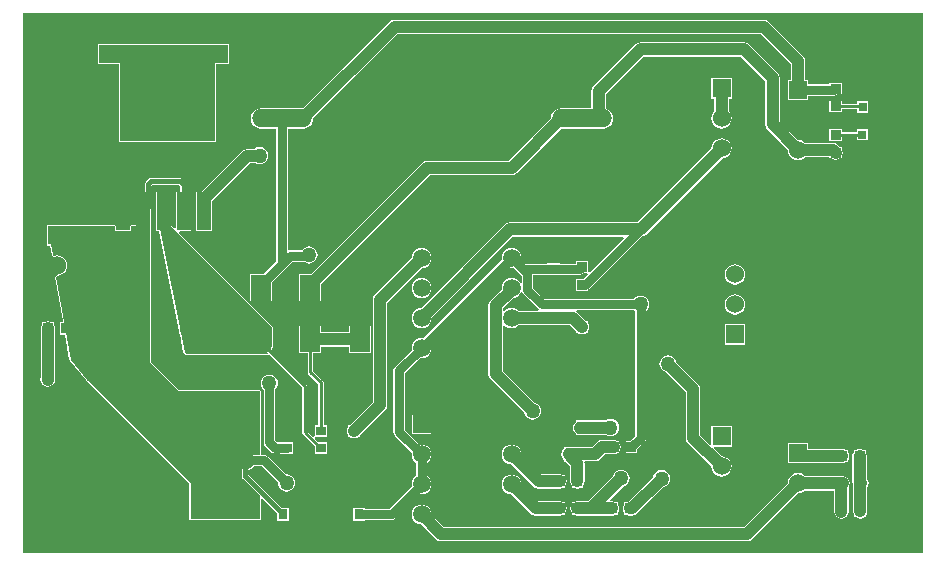
<source format=gtl>
G04*
G04 #@! TF.GenerationSoftware,Altium Limited,Altium Designer,20.2.6 (244)*
G04*
G04 Layer_Physical_Order=1*
G04 Layer_Color=255*
%FSLAX24Y24*%
%MOIN*%
G70*
G04*
G04 #@! TF.SameCoordinates,601DEEF6-7E2B-4F85-A560-B3D03E394376*
G04*
G04*
G04 #@! TF.FilePolarity,Positive*
G04*
G01*
G75*
%ADD10C,0.0100*%
%ADD14R,0.0354X0.0315*%
%ADD15R,0.0340X0.0318*%
%ADD16R,0.0209X0.0421*%
%ADD17R,0.0318X0.0340*%
%ADD18R,0.0315X0.0315*%
%ADD19R,0.0315X0.0315*%
%ADD20R,0.0984X0.1496*%
%ADD21O,0.2000X0.0600*%
%ADD22R,0.0453X0.1260*%
%ADD23C,0.0600*%
%ADD24R,0.0315X0.0354*%
%ADD25R,0.0669X0.0860*%
%ADD42C,0.0400*%
%ADD43C,0.0300*%
%ADD44C,0.0150*%
%ADD45R,0.0600X0.0600*%
%ADD46C,0.0591*%
%ADD47R,0.0591X0.0591*%
%ADD48R,0.0600X0.0600*%
%ADD49C,0.0500*%
%ADD50C,0.0400*%
G36*
X41400Y30803D02*
X41351Y30800D01*
X11400D01*
Y48800D01*
X41400D01*
Y30803D01*
D02*
G37*
%LPC*%
G36*
X35450Y47840D02*
X35450Y47840D01*
X32000D01*
X32000Y47840D01*
X31908Y47821D01*
X31831Y47769D01*
X30431Y46369D01*
X30379Y46292D01*
X30360Y46200D01*
X30360Y46200D01*
Y45638D01*
X29350D01*
X29263Y45626D01*
X29181Y45593D01*
X29111Y45539D01*
X29057Y45469D01*
X29024Y45387D01*
X29012Y45301D01*
X27601Y43890D01*
X24881D01*
X24881Y43890D01*
X24790Y43871D01*
X24712Y43819D01*
X24712Y43819D01*
X21024Y40131D01*
X20623D01*
Y39201D01*
X21362D01*
Y39792D01*
X24980Y43410D01*
X27700D01*
X27700Y43410D01*
X27792Y43429D01*
X27869Y43481D01*
X29351Y44962D01*
X30750D01*
X30837Y44974D01*
X30919Y45007D01*
X30989Y45061D01*
X31043Y45131D01*
X31076Y45213D01*
X31088Y45300D01*
X31076Y45387D01*
X31043Y45469D01*
X30989Y45539D01*
X30919Y45593D01*
X30840Y45625D01*
Y46101D01*
X32099Y47360D01*
X35351D01*
X36160Y46551D01*
Y45100D01*
X36160Y45100D01*
X36179Y45008D01*
X36231Y44931D01*
X36912Y44249D01*
X36924Y44163D01*
X36957Y44081D01*
X37011Y44011D01*
X37081Y43957D01*
X37163Y43924D01*
X37250Y43912D01*
X37337Y43924D01*
X37419Y43957D01*
X37488Y44010D01*
X38295D01*
Y43969D01*
X38367D01*
X38408Y43941D01*
X38500Y43923D01*
X38592Y43941D01*
X38633Y43969D01*
X38705D01*
Y44047D01*
X38721Y44071D01*
X38740Y44163D01*
X38721Y44254D01*
X38705Y44279D01*
Y44357D01*
X38645D01*
X38582Y44419D01*
X38504Y44471D01*
X38413Y44490D01*
X38413Y44490D01*
X37488D01*
X37419Y44543D01*
X37337Y44576D01*
X37251Y44588D01*
X36640Y45199D01*
Y46650D01*
X36640Y46650D01*
X36621Y46742D01*
X36569Y46819D01*
X35619Y47769D01*
X35542Y47821D01*
X35450Y47840D01*
D02*
G37*
G36*
X36100Y48590D02*
X36100Y48590D01*
X23800D01*
X23708Y48571D01*
X23631Y48519D01*
X23631Y48519D01*
X20749Y45638D01*
X19350D01*
X19263Y45626D01*
X19181Y45593D01*
X19111Y45539D01*
X19057Y45469D01*
X19024Y45387D01*
X19012Y45300D01*
X19024Y45213D01*
X19057Y45131D01*
X19111Y45061D01*
X19181Y45007D01*
X19263Y44974D01*
X19350Y44962D01*
X19861D01*
Y40540D01*
X19453Y40131D01*
X18980D01*
Y39201D01*
X19720D01*
Y39865D01*
X20183Y40328D01*
X20183Y40328D01*
X20378Y40523D01*
X20778D01*
X20806Y40501D01*
X20876Y40472D01*
X20950Y40463D01*
X21024Y40472D01*
X21094Y40501D01*
X21153Y40547D01*
X21199Y40606D01*
X21228Y40676D01*
X21237Y40750D01*
X21228Y40824D01*
X21199Y40894D01*
X21153Y40953D01*
X21094Y40999D01*
X21024Y41028D01*
X20950Y41037D01*
X20876Y41028D01*
X20806Y40999D01*
X20747Y40953D01*
X20706Y40900D01*
X20300D01*
X20289Y40898D01*
X20239Y40939D01*
Y44962D01*
X20750D01*
X20837Y44974D01*
X20919Y45007D01*
X20989Y45061D01*
X21043Y45131D01*
X21076Y45213D01*
X21088Y45299D01*
X23899Y48110D01*
X36001D01*
X37010Y47101D01*
Y46585D01*
X36915D01*
Y45915D01*
X37585D01*
Y46061D01*
X38452D01*
X38524Y46076D01*
X38567Y46104D01*
X38705D01*
Y46492D01*
X38295D01*
Y46439D01*
X37585D01*
Y46585D01*
X37490D01*
Y47200D01*
X37490Y47200D01*
X37471Y47292D01*
X37419Y47369D01*
X37419Y47369D01*
X36269Y48519D01*
X36192Y48571D01*
X36100Y48590D01*
D02*
G37*
G36*
X38705Y45899D02*
X38295D01*
Y45511D01*
X38705D01*
Y45618D01*
X39209D01*
Y45493D01*
X39594D01*
Y45878D01*
X39209D01*
Y45792D01*
X38705D01*
Y45899D01*
D02*
G37*
G36*
X35035Y46635D02*
X34365D01*
Y45965D01*
X34460D01*
Y45538D01*
X34407Y45469D01*
X34374Y45387D01*
X34362Y45300D01*
X34374Y45213D01*
X34407Y45131D01*
X34461Y45061D01*
X34531Y45007D01*
X34613Y44974D01*
X34700Y44962D01*
X34787Y44974D01*
X34869Y45007D01*
X34939Y45061D01*
X34993Y45131D01*
X35026Y45213D01*
X35038Y45300D01*
X35026Y45387D01*
X34993Y45469D01*
X34940Y45538D01*
Y45965D01*
X35035D01*
Y46635D01*
D02*
G37*
G36*
X39591Y44957D02*
X39206D01*
Y44843D01*
X38705D01*
Y44950D01*
X38295D01*
Y44562D01*
X38705D01*
Y44669D01*
X39206D01*
Y44572D01*
X39591D01*
Y44957D01*
D02*
G37*
G36*
X18250Y47781D02*
X13950D01*
X13923Y47770D01*
X13912Y47743D01*
Y47143D01*
X13923Y47116D01*
X13950Y47105D01*
X14612D01*
Y44543D01*
X14623Y44516D01*
X14650Y44505D01*
X17800D01*
X17827Y44516D01*
X17838Y44543D01*
Y47105D01*
X18250D01*
X18277Y47116D01*
X18288Y47143D01*
Y47743D01*
X18277Y47770D01*
X18250Y47781D01*
D02*
G37*
G36*
X19300Y44347D02*
X19226Y44338D01*
X19156Y44309D01*
X19119Y44280D01*
X18877D01*
X18786Y44262D01*
X18708Y44210D01*
X18708Y44210D01*
X17363Y42865D01*
X17179D01*
Y41535D01*
X17701D01*
Y42526D01*
X18977Y43801D01*
X19180D01*
X19226Y43782D01*
X19300Y43773D01*
X19374Y43782D01*
X19444Y43811D01*
X19503Y43857D01*
X19549Y43916D01*
X19578Y43986D01*
X19587Y44060D01*
X19578Y44134D01*
X19549Y44204D01*
X19503Y44263D01*
X19444Y44309D01*
X19374Y44338D01*
X19300Y44347D01*
D02*
G37*
G36*
X16650Y43312D02*
X16650Y43312D01*
X15669D01*
X15669Y43312D01*
X15626Y43304D01*
X15590Y43279D01*
X15590Y43279D01*
X15502Y43191D01*
X15478Y43155D01*
X15469Y43112D01*
X15469Y43112D01*
Y42865D01*
X15169D01*
Y41738D01*
X15021D01*
X14995Y41727D01*
X14984Y41700D01*
Y41573D01*
X14536D01*
Y41700D01*
X14525Y41727D01*
X14499Y41738D01*
X12289D01*
X12287Y41737D01*
X12286Y41738D01*
X12280Y41735D01*
X12215D01*
Y41065D01*
X12319D01*
X12373Y40741D01*
X12374Y40739D01*
X12374Y40737D01*
X12382Y40727D01*
X12389Y40716D01*
X12391Y40716D01*
X12392Y40714D01*
X12436Y40690D01*
X12438Y40690D01*
X12440Y40688D01*
X12452D01*
X12465Y40687D01*
X12467Y40688D01*
X12469D01*
X12472Y40689D01*
X12550Y40700D01*
X12628Y40689D01*
X12700Y40660D01*
X12762Y40612D01*
X12810Y40550D01*
X12839Y40478D01*
X12850Y40400D01*
X12839Y40322D01*
X12810Y40250D01*
X12762Y40188D01*
X12700Y40140D01*
X12628Y40111D01*
X12571Y40103D01*
X12560Y40097D01*
X12548Y40091D01*
X12505Y40044D01*
X12505Y40042D01*
X12502Y40041D01*
X12500Y40029D01*
X12496Y40017D01*
X12497Y40015D01*
X12496Y40012D01*
X12744Y38543D01*
X12711Y38505D01*
X12653D01*
Y38095D01*
X12819D01*
X12963Y37244D01*
X12968Y37235D01*
X12971Y37226D01*
X13522Y36574D01*
X13524Y36573D01*
X13525Y36572D01*
X16962Y33134D01*
Y31950D01*
X16973Y31923D01*
X17000Y31912D01*
X19300D01*
X19327Y31923D01*
X19338Y31950D01*
Y32632D01*
X19384Y32651D01*
X19882Y32154D01*
Y31888D01*
X20267D01*
Y32312D01*
X20041D01*
X18931Y33421D01*
Y33573D01*
X18937Y33574D01*
X19019Y33607D01*
X19089Y33661D01*
X19128Y33711D01*
X19372D01*
X19915Y33168D01*
X19913Y33150D01*
X19922Y33076D01*
X19951Y33006D01*
X19997Y32947D01*
X20056Y32901D01*
X20126Y32872D01*
X20200Y32863D01*
X20274Y32872D01*
X20344Y32901D01*
X20403Y32947D01*
X20449Y33006D01*
X20478Y33076D01*
X20487Y33150D01*
X20478Y33224D01*
X20449Y33294D01*
X20403Y33353D01*
X20344Y33399D01*
X20274Y33428D01*
X20200Y33437D01*
X20182Y33435D01*
X19583Y34033D01*
X19522Y34074D01*
X19450Y34089D01*
X19338D01*
Y36200D01*
X19327Y36227D01*
X19300Y36238D01*
X16616D01*
X15688Y37166D01*
Y41535D01*
X15691D01*
Y42341D01*
X15694Y42351D01*
X15694Y42351D01*
Y43066D01*
X15716Y43088D01*
X16604D01*
X16658Y43034D01*
Y42865D01*
X16509D01*
Y41660D01*
X16462Y41641D01*
X16361Y41742D01*
Y42865D01*
X15839D01*
Y41535D01*
X15954D01*
X16625Y38180D01*
Y38117D01*
X16638D01*
X16763Y37493D01*
X16769Y37483D01*
X16773Y37473D01*
X16823Y37423D01*
X16850Y37412D01*
X19550D01*
X19557Y37415D01*
X19565D01*
X19570Y37420D01*
X19577Y37423D01*
X19600Y37431D01*
X19634Y37432D01*
X20713Y36352D01*
Y34855D01*
X20720Y34822D01*
X20739Y34793D01*
X21138Y34394D01*
Y34132D01*
X21562D01*
Y34517D01*
X21260D01*
X21144Y34633D01*
X21165Y34683D01*
X21176Y34683D01*
X21176Y34683D01*
X21177Y34683D01*
X21562D01*
Y35068D01*
X21437D01*
Y36500D01*
X21430Y36533D01*
X21411Y36561D01*
X21080Y36893D01*
Y37469D01*
X21362D01*
Y37694D01*
X22280D01*
Y37469D01*
X23020D01*
Y38399D01*
X22280D01*
Y38173D01*
X21362D01*
Y38399D01*
X20623D01*
Y37469D01*
X20906D01*
Y36857D01*
X20913Y36824D01*
X20932Y36796D01*
X21263Y36464D01*
Y35068D01*
X21138D01*
X21138Y34722D01*
Y34721D01*
Y34721D01*
X21138Y34710D01*
X21119Y34702D01*
X21088Y34689D01*
X20887Y34891D01*
Y36388D01*
X20880Y36422D01*
X20861Y36450D01*
X19720Y37591D01*
Y37646D01*
X19720Y37647D01*
X19727Y37649D01*
X19730Y37656D01*
X19735Y37662D01*
Y37669D01*
X19738Y37676D01*
Y38350D01*
X19727Y38377D01*
X19720Y38384D01*
Y38399D01*
X19705D01*
X16615Y41489D01*
X16634Y41535D01*
X17031D01*
Y42865D01*
X16882D01*
Y43080D01*
X16882Y43080D01*
X16874Y43123D01*
X16849Y43159D01*
X16849Y43159D01*
X16729Y43279D01*
X16693Y43304D01*
X16650Y43312D01*
D02*
G37*
G36*
X34700Y44638D02*
X34613Y44626D01*
X34531Y44593D01*
X34461Y44539D01*
X34407Y44469D01*
X34374Y44387D01*
X34362Y44301D01*
X31901Y41840D01*
X27650D01*
X27650Y41840D01*
X27558Y41821D01*
X27481Y41769D01*
X24693Y38982D01*
X24614Y38972D01*
X24533Y38938D01*
X24464Y38886D01*
X24412Y38817D01*
X24378Y38736D01*
X24367Y38650D01*
X24378Y38564D01*
X24412Y38483D01*
X24464Y38414D01*
X24533Y38362D01*
X24614Y38328D01*
X24700Y38317D01*
X24786Y38328D01*
X24867Y38362D01*
X24936Y38414D01*
X24988Y38483D01*
X25022Y38564D01*
X25032Y38643D01*
X27749Y41360D01*
X31428D01*
X31447Y41314D01*
X30305Y40172D01*
X30255Y40193D01*
Y40540D01*
X29845D01*
Y40464D01*
X29312D01*
Y40468D01*
X28888D01*
Y40464D01*
X28153D01*
X28153Y40464D01*
X28025Y40591D01*
X28033Y40650D01*
X28022Y40736D01*
X27988Y40817D01*
X27936Y40886D01*
X27867Y40938D01*
X27786Y40972D01*
X27700Y40983D01*
X27614Y40972D01*
X27533Y40938D01*
X27464Y40886D01*
X27412Y40817D01*
X27378Y40736D01*
X27367Y40650D01*
X27375Y40591D01*
X24759Y37975D01*
X24700Y37983D01*
X24614Y37972D01*
X24533Y37938D01*
X24464Y37886D01*
X24412Y37817D01*
X24378Y37736D01*
X24367Y37650D01*
X24375Y37591D01*
X23817Y37033D01*
X23776Y36972D01*
X23761Y36900D01*
Y34850D01*
X23776Y34778D01*
X23817Y34717D01*
X24375Y34159D01*
X24367Y34100D01*
X24378Y34014D01*
X24412Y33933D01*
X24464Y33864D01*
X24511Y33828D01*
Y33372D01*
X24464Y33336D01*
X24412Y33267D01*
X24378Y33186D01*
X24367Y33100D01*
X24375Y33041D01*
X23622Y32289D01*
X22818D01*
Y32312D01*
X22433D01*
Y31888D01*
X22818D01*
Y31911D01*
X23700D01*
X23772Y31926D01*
X23833Y31967D01*
X24641Y32775D01*
X24700Y32767D01*
X24786Y32778D01*
X24867Y32812D01*
X24936Y32864D01*
X24988Y32933D01*
X25022Y33014D01*
X25033Y33100D01*
X25022Y33186D01*
X24988Y33267D01*
X24936Y33336D01*
X24889Y33372D01*
Y33828D01*
X24936Y33864D01*
X24988Y33933D01*
X25022Y34014D01*
X25033Y34100D01*
X25022Y34186D01*
X24988Y34267D01*
X24936Y34336D01*
X24867Y34388D01*
X24786Y34422D01*
X24700Y34433D01*
X24641Y34425D01*
X24139Y34928D01*
Y36822D01*
X24641Y37325D01*
X24700Y37317D01*
X24786Y37328D01*
X24867Y37362D01*
X24936Y37414D01*
X24988Y37483D01*
X25022Y37564D01*
X25033Y37650D01*
X25025Y37709D01*
X27641Y40325D01*
X27700Y40317D01*
X27759Y40325D01*
X27980Y40103D01*
X27980Y40103D01*
X28039Y40044D01*
Y39825D01*
X27989Y39815D01*
X27988Y39817D01*
X27936Y39886D01*
X27867Y39938D01*
X27786Y39972D01*
X27700Y39983D01*
X27614Y39972D01*
X27533Y39938D01*
X27464Y39886D01*
X27412Y39817D01*
X27378Y39736D01*
X27367Y39650D01*
X27372Y39609D01*
X27000Y39238D01*
X26948Y39160D01*
X26930Y39068D01*
X26930Y39068D01*
Y36780D01*
X26930Y36780D01*
X26948Y36689D01*
X27000Y36611D01*
X28120Y35491D01*
X28122Y35476D01*
X28151Y35406D01*
X28197Y35347D01*
X28256Y35301D01*
X28326Y35272D01*
X28400Y35263D01*
X28474Y35272D01*
X28544Y35301D01*
X28603Y35347D01*
X28649Y35406D01*
X28678Y35476D01*
X28687Y35550D01*
X28678Y35624D01*
X28649Y35694D01*
X28603Y35753D01*
X28544Y35799D01*
X28474Y35828D01*
X28459Y35830D01*
X27409Y36880D01*
Y38404D01*
X27459Y38421D01*
X27464Y38414D01*
X27533Y38362D01*
X27614Y38328D01*
X27700Y38317D01*
X27786Y38328D01*
X27867Y38362D01*
X27930Y38410D01*
X29652D01*
X29838Y38224D01*
Y38159D01*
X29915D01*
X29958Y38130D01*
X30050Y38112D01*
X30142Y38130D01*
X30185Y38159D01*
X30262D01*
Y38246D01*
X30271Y38259D01*
X30290Y38351D01*
X30271Y38443D01*
X30262Y38457D01*
Y38544D01*
X30196D01*
X29921Y38819D01*
X29858Y38861D01*
X29873Y38911D01*
X31786D01*
X31797Y38897D01*
X31811Y38886D01*
Y34732D01*
X31635Y34555D01*
X31503D01*
Y34145D01*
X31890D01*
Y34277D01*
X32133Y34520D01*
X32174Y34581D01*
X32189Y34653D01*
Y38886D01*
X32203Y38897D01*
X32249Y38956D01*
X32278Y39026D01*
X32287Y39100D01*
X32278Y39174D01*
X32249Y39244D01*
X32203Y39303D01*
X32144Y39349D01*
X32074Y39378D01*
X32000Y39387D01*
X31926Y39378D01*
X31856Y39349D01*
X31797Y39303D01*
X31786Y39289D01*
X28778D01*
X28416Y39650D01*
Y40087D01*
X28888D01*
Y40083D01*
X29312D01*
Y40087D01*
X29968D01*
X30040Y40101D01*
X30101Y40142D01*
X30112Y40153D01*
X30215D01*
X30236Y40103D01*
X30084Y39951D01*
X30059D01*
X30041Y39947D01*
X29845D01*
Y39560D01*
X30255D01*
Y39602D01*
X30296Y39629D01*
X32034Y41367D01*
X32092Y41379D01*
X32169Y41431D01*
X34701Y43962D01*
X34787Y43974D01*
X34869Y44007D01*
X34939Y44061D01*
X34993Y44131D01*
X35026Y44213D01*
X35038Y44300D01*
X35026Y44387D01*
X34993Y44469D01*
X34939Y44539D01*
X34869Y44593D01*
X34787Y44626D01*
X34700Y44638D01*
D02*
G37*
G36*
X35150Y40438D02*
X35063Y40426D01*
X34981Y40393D01*
X34911Y40339D01*
X34857Y40269D01*
X34824Y40187D01*
X34812Y40100D01*
X34824Y40013D01*
X34857Y39931D01*
X34911Y39861D01*
X34981Y39807D01*
X35063Y39774D01*
X35150Y39762D01*
X35237Y39774D01*
X35319Y39807D01*
X35389Y39861D01*
X35443Y39931D01*
X35476Y40013D01*
X35488Y40100D01*
X35476Y40187D01*
X35443Y40269D01*
X35389Y40339D01*
X35319Y40393D01*
X35237Y40426D01*
X35150Y40438D01*
D02*
G37*
G36*
X24700Y39983D02*
X24614Y39972D01*
X24533Y39938D01*
X24464Y39886D01*
X24412Y39817D01*
X24378Y39736D01*
X24367Y39650D01*
X24378Y39564D01*
X24412Y39483D01*
X24464Y39414D01*
X24533Y39362D01*
X24614Y39328D01*
X24700Y39317D01*
X24786Y39328D01*
X24867Y39362D01*
X24936Y39414D01*
X24988Y39483D01*
X25022Y39564D01*
X25033Y39650D01*
X25022Y39736D01*
X24988Y39817D01*
X24936Y39886D01*
X24867Y39938D01*
X24786Y39972D01*
X24700Y39983D01*
D02*
G37*
G36*
X35150Y39438D02*
X35063Y39426D01*
X34981Y39393D01*
X34911Y39339D01*
X34857Y39269D01*
X34824Y39187D01*
X34812Y39100D01*
X34824Y39013D01*
X34857Y38931D01*
X34911Y38861D01*
X34981Y38807D01*
X35063Y38774D01*
X35150Y38762D01*
X35237Y38774D01*
X35319Y38807D01*
X35389Y38861D01*
X35443Y38931D01*
X35476Y39013D01*
X35488Y39100D01*
X35476Y39187D01*
X35443Y39269D01*
X35389Y39339D01*
X35319Y39393D01*
X35237Y39426D01*
X35150Y39438D01*
D02*
G37*
G36*
X35485Y38435D02*
X34815D01*
Y37765D01*
X35485D01*
Y38435D01*
D02*
G37*
G36*
X12253Y38540D02*
X12162Y38521D01*
X12137Y38505D01*
X12060D01*
Y38433D01*
X12032Y38392D01*
X12014Y38300D01*
Y36690D01*
X11996Y36599D01*
X12014Y36507D01*
X12043Y36464D01*
Y36406D01*
X12100D01*
X12144Y36377D01*
X12235Y36359D01*
X12327Y36377D01*
X12370Y36406D01*
X12428D01*
Y36455D01*
X12475Y36525D01*
X12493Y36617D01*
X12493Y36617D01*
Y38300D01*
X12475Y38392D01*
X12447Y38433D01*
Y38505D01*
X12370D01*
X12345Y38521D01*
X12253Y38540D01*
D02*
G37*
G36*
X30997Y35284D02*
X30922Y35274D01*
X30853Y35246D01*
X30841Y35236D01*
X30114D01*
Y35242D01*
X29834D01*
Y35186D01*
X29805Y35166D01*
X29753Y35088D01*
X29734Y34997D01*
X29753Y34905D01*
X29805Y34827D01*
X29834Y34808D01*
Y34751D01*
X30114D01*
Y34757D01*
X30841D01*
X30853Y34748D01*
X30922Y34719D01*
X30997Y34709D01*
X31071Y34719D01*
X31141Y34748D01*
X31200Y34794D01*
X31246Y34853D01*
X31274Y34922D01*
X31284Y34997D01*
X31274Y35071D01*
X31246Y35141D01*
X31200Y35200D01*
X31141Y35246D01*
X31071Y35274D01*
X30997Y35284D01*
D02*
G37*
G36*
X25030Y35430D02*
X24370D01*
Y34770D01*
X25030D01*
Y35430D01*
D02*
G37*
G36*
X24700Y40983D02*
X24614Y40972D01*
X24533Y40938D01*
X24464Y40886D01*
X24412Y40817D01*
X24378Y40736D01*
X24368Y40657D01*
X23146Y39434D01*
X23094Y39357D01*
X23075Y39265D01*
X23075Y39265D01*
Y35840D01*
X22304Y35068D01*
X22238D01*
Y34981D01*
X22229Y34967D01*
X22210Y34876D01*
X22229Y34784D01*
X22238Y34770D01*
Y34683D01*
X22315D01*
X22358Y34654D01*
X22450Y34636D01*
X22542Y34654D01*
X22585Y34683D01*
X22662D01*
Y34749D01*
X23484Y35571D01*
X23484Y35571D01*
X23536Y35649D01*
X23555Y35741D01*
X23555Y35741D01*
Y39166D01*
X24707Y40318D01*
X24786Y40328D01*
X24867Y40362D01*
X24936Y40414D01*
X24988Y40483D01*
X25022Y40564D01*
X25033Y40650D01*
X25022Y40736D01*
X24988Y40817D01*
X24936Y40886D01*
X24867Y40938D01*
X24786Y40972D01*
X24700Y40983D01*
D02*
G37*
G36*
X30732Y34590D02*
X30640Y34571D01*
X30562Y34519D01*
X30562Y34519D01*
X30396Y34353D01*
X29611D01*
X29611Y34353D01*
X29587Y34349D01*
X29460D01*
Y34296D01*
X29441Y34283D01*
X29441Y34283D01*
X29431Y34273D01*
X29379Y34195D01*
X29360Y34103D01*
X29379Y34011D01*
X29431Y33934D01*
X29460Y33914D01*
Y33857D01*
X29513D01*
X29526Y33838D01*
X29657Y33707D01*
Y33200D01*
X29675Y33108D01*
X29703Y33067D01*
Y32995D01*
X29780D01*
X29805Y32979D01*
X29897Y32960D01*
X29988Y32979D01*
X30013Y32995D01*
X30090D01*
Y33067D01*
X30118Y33108D01*
X30136Y33200D01*
Y33807D01*
X30136Y33807D01*
X30130Y33835D01*
X30162Y33874D01*
X30495D01*
X30495Y33874D01*
X30587Y33892D01*
X30665Y33944D01*
X30831Y34110D01*
X31103D01*
X31195Y34129D01*
X31220Y34145D01*
X31297D01*
Y34217D01*
X31325Y34258D01*
X31343Y34350D01*
X31325Y34442D01*
X31297Y34483D01*
Y34555D01*
X31220D01*
X31195Y34571D01*
X31103Y34590D01*
X30732D01*
X30732Y34590D01*
D02*
G37*
G36*
X19626Y36763D02*
X19551Y36753D01*
X19482Y36725D01*
X19422Y36679D01*
X19377Y36619D01*
X19348Y36550D01*
X19338Y36476D01*
X19348Y36401D01*
X19377Y36332D01*
X19422Y36272D01*
X19437Y36261D01*
Y34500D01*
X19451Y34428D01*
X19492Y34367D01*
X19668Y34191D01*
X19729Y34150D01*
X19801Y34136D01*
X19988D01*
Y34132D01*
X20412D01*
Y34517D01*
X19988D01*
Y34513D01*
X19879D01*
X19814Y34578D01*
Y36261D01*
X19829Y36272D01*
X19875Y36332D01*
X19903Y36401D01*
X19913Y36476D01*
X19903Y36550D01*
X19875Y36619D01*
X19829Y36679D01*
X19769Y36725D01*
X19700Y36753D01*
X19626Y36763D01*
D02*
G37*
G36*
X37585Y34485D02*
X36915D01*
Y33815D01*
X37327D01*
X37350Y33810D01*
X38713D01*
X38804Y33829D01*
X38829Y33845D01*
X38907D01*
Y33917D01*
X38934Y33958D01*
X38952Y34050D01*
X38934Y34142D01*
X38907Y34183D01*
Y34255D01*
X38829D01*
X38804Y34271D01*
X38713Y34290D01*
X37585D01*
Y34485D01*
D02*
G37*
G36*
X32920Y37407D02*
X32845Y37397D01*
X32776Y37369D01*
X32716Y37323D01*
X32671Y37263D01*
X32642Y37194D01*
X32632Y37120D01*
X32642Y37045D01*
X32671Y36976D01*
X32716Y36916D01*
X32776Y36871D01*
X32845Y36842D01*
X32861Y36840D01*
X33510Y36190D01*
Y34650D01*
X33510Y34650D01*
X33529Y34558D01*
X33581Y34481D01*
X34362Y33699D01*
X34374Y33613D01*
X34407Y33531D01*
X34461Y33461D01*
X34531Y33407D01*
X34613Y33374D01*
X34700Y33362D01*
X34787Y33374D01*
X34869Y33407D01*
X34939Y33461D01*
X34993Y33531D01*
X35026Y33613D01*
X35038Y33700D01*
X35026Y33787D01*
X34993Y33869D01*
X34939Y33939D01*
X34869Y33993D01*
X34787Y34026D01*
X34701Y34038D01*
X34420Y34319D01*
X34439Y34365D01*
X35035D01*
Y35035D01*
X34365D01*
Y34439D01*
X34319Y34420D01*
X33990Y34749D01*
Y36289D01*
X33971Y36381D01*
X33919Y36459D01*
X33919Y36459D01*
X33199Y37179D01*
X33197Y37194D01*
X33169Y37263D01*
X33123Y37323D01*
X33063Y37369D01*
X32994Y37397D01*
X32920Y37407D01*
D02*
G37*
G36*
X27700Y34433D02*
X27614Y34422D01*
X27533Y34388D01*
X27464Y34336D01*
X27412Y34267D01*
X27378Y34186D01*
X27367Y34100D01*
X27378Y34014D01*
X27412Y33933D01*
X27464Y33864D01*
X27533Y33812D01*
X27614Y33778D01*
X27693Y33768D01*
X28431Y33031D01*
X28431Y33031D01*
X28508Y32979D01*
X28600Y32960D01*
X29303D01*
X29395Y32979D01*
X29420Y32995D01*
X29497D01*
Y33067D01*
X29525Y33108D01*
X29543Y33200D01*
X29525Y33292D01*
X29497Y33333D01*
Y33405D01*
X29420D01*
X29395Y33421D01*
X29303Y33440D01*
X28699D01*
X28032Y34107D01*
X28022Y34186D01*
X27988Y34267D01*
X27936Y34336D01*
X27867Y34388D01*
X27786Y34422D01*
X27700Y34433D01*
D02*
G37*
G36*
X32700Y33581D02*
X32626Y33571D01*
X32556Y33543D01*
X32497Y33497D01*
X32451Y33437D01*
X32422Y33368D01*
X32420Y33353D01*
X31597Y32530D01*
X31555Y32521D01*
X31530Y32505D01*
X31453D01*
Y32433D01*
X31425Y32392D01*
X31407Y32300D01*
X31425Y32208D01*
X31453Y32167D01*
Y32095D01*
X31530D01*
X31555Y32079D01*
X31647Y32060D01*
X31706D01*
X31706Y32060D01*
X31798Y32079D01*
X31822Y32095D01*
X31840D01*
Y32107D01*
X31876Y32131D01*
X32759Y33014D01*
X32774Y33016D01*
X32844Y33045D01*
X32903Y33090D01*
X32949Y33150D01*
X32978Y33219D01*
X32987Y33294D01*
X32978Y33368D01*
X32949Y33437D01*
X32903Y33497D01*
X32844Y33543D01*
X32774Y33571D01*
X32700Y33581D01*
D02*
G37*
G36*
X31350Y33587D02*
X31276Y33578D01*
X31206Y33549D01*
X31147Y33503D01*
X31101Y33444D01*
X31072Y33374D01*
X31070Y33359D01*
X30251Y32540D01*
X29897D01*
X29805Y32521D01*
X29780Y32505D01*
X29703D01*
Y32433D01*
X29675Y32392D01*
X29657Y32300D01*
X29675Y32208D01*
X29703Y32167D01*
Y32095D01*
X29780D01*
X29805Y32079D01*
X29897Y32060D01*
X30350D01*
X30350Y32060D01*
X30350Y32060D01*
X31053D01*
X31145Y32079D01*
X31170Y32095D01*
X31247D01*
Y32167D01*
X31275Y32208D01*
X31293Y32300D01*
X31275Y32392D01*
X31247Y32433D01*
Y32505D01*
X31170D01*
X31145Y32521D01*
X31053Y32540D01*
X30994D01*
X30975Y32586D01*
X31409Y33020D01*
X31424Y33022D01*
X31494Y33051D01*
X31553Y33097D01*
X31599Y33156D01*
X31628Y33226D01*
X31637Y33300D01*
X31628Y33374D01*
X31599Y33444D01*
X31553Y33503D01*
X31494Y33549D01*
X31424Y33578D01*
X31350Y33587D01*
D02*
G37*
G36*
X27700Y33433D02*
X27614Y33422D01*
X27533Y33388D01*
X27464Y33336D01*
X27412Y33267D01*
X27378Y33186D01*
X27367Y33100D01*
X27378Y33014D01*
X27412Y32933D01*
X27464Y32864D01*
X27533Y32812D01*
X27614Y32778D01*
X27693Y32768D01*
X28331Y32131D01*
X28408Y32079D01*
X28500Y32060D01*
X28500Y32060D01*
X29303D01*
X29395Y32079D01*
X29420Y32095D01*
X29497D01*
Y32167D01*
X29525Y32208D01*
X29543Y32300D01*
X29525Y32392D01*
X29497Y32433D01*
Y32505D01*
X29420D01*
X29395Y32521D01*
X29303Y32540D01*
X28599D01*
X28032Y33107D01*
X28022Y33186D01*
X27988Y33267D01*
X27936Y33336D01*
X27867Y33388D01*
X27786Y33422D01*
X27700Y33433D01*
D02*
G37*
G36*
X39306Y34290D02*
X39214Y34271D01*
X39190Y34255D01*
X39112D01*
Y34183D01*
X39084Y34142D01*
X39066Y34050D01*
Y33200D01*
X39066Y33200D01*
X39084Y33108D01*
X39087Y33105D01*
X39086Y33102D01*
X39086Y33102D01*
Y32201D01*
X39104Y32110D01*
X39133Y32066D01*
Y32009D01*
X39191D01*
X39234Y31980D01*
X39326Y31962D01*
X39417Y31980D01*
X39461Y32009D01*
X39518D01*
Y32066D01*
X39547Y32110D01*
X39565Y32201D01*
Y33018D01*
X39586Y33049D01*
X39604Y33141D01*
X39586Y33233D01*
X39557Y33276D01*
Y33333D01*
X39545D01*
Y34050D01*
X39527Y34142D01*
X39500Y34183D01*
Y34255D01*
X39422D01*
X39398Y34271D01*
X39306Y34290D01*
D02*
G37*
G36*
X37250Y33488D02*
X37163Y33476D01*
X37081Y33443D01*
X37011Y33389D01*
X36957Y33319D01*
X36924Y33237D01*
X36912Y33151D01*
X35451Y31690D01*
X25449D01*
X25032Y32107D01*
X25022Y32186D01*
X24988Y32267D01*
X24936Y32336D01*
X24867Y32388D01*
X24786Y32422D01*
X24700Y32433D01*
X24614Y32422D01*
X24533Y32388D01*
X24464Y32336D01*
X24412Y32267D01*
X24378Y32186D01*
X24367Y32100D01*
X24378Y32014D01*
X24412Y31933D01*
X24464Y31864D01*
X24533Y31812D01*
X24614Y31778D01*
X24693Y31768D01*
X25181Y31281D01*
X25181Y31281D01*
X25258Y31229D01*
X25350Y31210D01*
X25350Y31210D01*
X35550D01*
X35550Y31210D01*
X35642Y31229D01*
X35719Y31281D01*
X37251Y32812D01*
X37337Y32824D01*
X37419Y32857D01*
X37472Y32898D01*
X38457D01*
Y32199D01*
X38475Y32107D01*
X38504Y32064D01*
Y32006D01*
X38561D01*
X38605Y31977D01*
X38696Y31959D01*
X38788Y31977D01*
X38831Y32006D01*
X38889D01*
Y32064D01*
X38918Y32107D01*
X38936Y32199D01*
Y33015D01*
X38957Y33046D01*
X38975Y33138D01*
X38957Y33230D01*
X38928Y33273D01*
Y33331D01*
X38870D01*
X38827Y33359D01*
X38735Y33378D01*
X38735Y33378D01*
X37498D01*
X37489Y33389D01*
X37419Y33443D01*
X37337Y33476D01*
X37250Y33488D01*
D02*
G37*
%LPD*%
G36*
X18250Y47143D02*
X17800D01*
Y44543D01*
X14650D01*
Y47143D01*
X13950D01*
Y47743D01*
X18250D01*
Y47143D01*
D02*
G37*
G36*
X15650Y37150D02*
X16600Y36200D01*
X19300D01*
Y34089D01*
X18150D01*
X18078Y34074D01*
X18017Y34033D01*
X17976Y33972D01*
X17961Y33900D01*
X17976Y33828D01*
X18017Y33767D01*
X18078Y33726D01*
X18150Y33711D01*
X18641D01*
X18707Y33646D01*
Y33375D01*
X18707Y33375D01*
X18716Y33332D01*
X18740Y33296D01*
X19300Y32736D01*
Y31950D01*
X17000D01*
Y33150D01*
X13551Y36599D01*
X13000Y37250D01*
X12533Y40019D01*
X12576Y40066D01*
X12637Y40074D01*
X12719Y40107D01*
X12789Y40161D01*
X12843Y40231D01*
X12876Y40313D01*
X12888Y40400D01*
X12876Y40487D01*
X12843Y40569D01*
X12789Y40639D01*
X12719Y40693D01*
X12637Y40726D01*
X12550Y40738D01*
X12463Y40726D01*
X12454Y40723D01*
X12411Y40747D01*
X12256Y41662D01*
X12289Y41700D01*
X14499D01*
Y41535D01*
X15021D01*
Y41700D01*
X15650D01*
Y37150D01*
D02*
G37*
G36*
X16300Y41750D02*
X16509Y41541D01*
Y41535D01*
X16515D01*
X19700Y38350D01*
Y37676D01*
X19654Y37657D01*
X19437Y37874D01*
Y37934D01*
X19430Y37967D01*
X19411Y37995D01*
X19383Y38014D01*
X19350Y38021D01*
X19317Y38014D01*
X19289Y37995D01*
X19270Y37967D01*
X19263Y37934D01*
Y37838D01*
X19270Y37805D01*
X19289Y37777D01*
X19570Y37496D01*
X19550Y37450D01*
X16850D01*
X16800Y37500D01*
X15908Y41961D01*
X15939Y42000D01*
X16300D01*
Y41750D01*
D02*
G37*
G36*
X28052Y39507D02*
X28054Y39500D01*
X28094Y39439D01*
X28567Y38967D01*
X28607Y38940D01*
X28592Y38890D01*
X27930D01*
X27867Y38938D01*
X27786Y38972D01*
X27700Y38983D01*
X27614Y38972D01*
X27533Y38938D01*
X27464Y38886D01*
X27459Y38879D01*
X27409Y38896D01*
Y38969D01*
X27766Y39326D01*
X27786Y39328D01*
X27867Y39362D01*
X27936Y39414D01*
X27988Y39483D01*
X28000Y39512D01*
X28052Y39507D01*
D02*
G37*
D10*
X38500Y44756D02*
X39390D01*
X39399Y44765D01*
X38500Y45705D02*
X39382D01*
X39401Y45685D01*
X38452Y46250D02*
X38500Y46298D01*
X21350Y34876D02*
Y36500D01*
X20993Y36857D02*
X21350Y36500D01*
X20993Y36857D02*
Y37934D01*
X21330Y34324D02*
X21350D01*
X20800Y34855D02*
X21330Y34324D01*
X20800Y34855D02*
Y36388D01*
X19350Y37838D02*
Y37934D01*
Y37838D02*
X20800Y36388D01*
X16100Y42200D02*
X16200Y42100D01*
D14*
X21350Y34324D02*
D03*
Y34876D02*
D03*
X20200Y34324D02*
D03*
Y34876D02*
D03*
X30050Y38351D02*
D03*
Y37800D02*
D03*
X22450Y34324D02*
D03*
Y34876D02*
D03*
X29100Y40276D02*
D03*
Y39724D02*
D03*
D15*
X30050Y39753D02*
D03*
Y40347D02*
D03*
X38500Y46298D02*
D03*
Y45705D02*
D03*
Y44163D02*
D03*
Y44756D02*
D03*
D16*
X29974Y34997D02*
D03*
X29226D02*
D03*
X29600Y34103D02*
D03*
D17*
X31103Y34350D02*
D03*
X31697D02*
D03*
X31053Y32300D02*
D03*
X31647D02*
D03*
X29303Y33200D02*
D03*
X29897D02*
D03*
X29303Y32300D02*
D03*
X29897D02*
D03*
X38713Y34050D02*
D03*
X39306D02*
D03*
X12253Y38300D02*
D03*
X12847D02*
D03*
D18*
X38696Y32199D02*
D03*
X39326Y32201D02*
D03*
X39365Y33141D02*
D03*
X38735Y33138D02*
D03*
X12865Y36601D02*
D03*
X12235Y36599D02*
D03*
D19*
X39401Y45685D02*
D03*
X39399Y46315D02*
D03*
X39401Y44135D02*
D03*
X39399Y44765D02*
D03*
D20*
X17152Y38900D02*
D03*
X14948D02*
D03*
D21*
X20050Y45300D02*
D03*
X23550D02*
D03*
X18150Y33900D02*
D03*
X14650D02*
D03*
X26550Y45300D02*
D03*
X30050D02*
D03*
D22*
X14760Y42200D02*
D03*
X16100D02*
D03*
X15430D02*
D03*
X16770D02*
D03*
X17440D02*
D03*
D23*
X16150Y47300D02*
D03*
X34700Y44300D02*
D03*
Y45300D02*
D03*
X12550Y40400D02*
D03*
X34700Y32700D02*
D03*
Y33700D02*
D03*
X37250Y44250D02*
D03*
Y45250D02*
D03*
X35150Y40100D02*
D03*
Y39100D02*
D03*
X37250Y33150D02*
D03*
D24*
X20626Y32100D02*
D03*
X20074D02*
D03*
X22074D02*
D03*
X22626D02*
D03*
D25*
X20993Y39666D02*
D03*
Y37934D02*
D03*
X19350D02*
D03*
Y39666D02*
D03*
X22650Y37934D02*
D03*
Y39666D02*
D03*
D42*
X31647Y32300D02*
X31706D01*
X32700Y33294D01*
X29974Y34997D02*
X30997D01*
X12253Y36617D02*
Y38300D01*
X12235Y36599D02*
X12253Y36617D01*
X33750Y34650D02*
X34700Y33700D01*
X33750Y34650D02*
Y36289D01*
X32920Y37120D02*
X33750Y36289D01*
X20050Y45300D02*
X20750D01*
X19281Y44041D02*
X19300Y44060D01*
X18877Y44041D02*
X19281D01*
X17440Y42604D02*
X18877Y44041D01*
X17440Y42200D02*
Y42604D01*
X20993Y37934D02*
X22650D01*
X22450Y34876D02*
X23315Y35741D01*
Y39265D01*
X24700Y40650D01*
X30350Y32300D02*
X31053D01*
X29897D02*
X30350D01*
X31350Y33300D01*
X27700Y34100D02*
X28600Y33200D01*
X29303D01*
X27170Y36780D02*
X28400Y35550D01*
X27170Y36780D02*
Y39068D01*
X27700Y39598D01*
Y39650D01*
X24700Y38650D02*
X27650Y41600D01*
X32000D01*
X34700Y44300D01*
X37350Y34050D02*
X38713D01*
X37250Y34150D02*
X37350Y34050D01*
X37262Y33138D02*
X38735D01*
X37250Y33150D02*
X37262Y33138D01*
X38696Y32199D02*
Y33099D01*
X38735Y33138D01*
X39326Y32201D02*
Y33102D01*
X39365Y33141D01*
X39306Y33200D02*
Y34050D01*
Y33200D02*
X39365Y33141D01*
X35550Y31450D02*
X37250Y33150D01*
X25350Y31450D02*
X35550D01*
X24700Y32100D02*
X25350Y31450D01*
X27700Y33100D02*
X28500Y32300D01*
X29303D01*
X29600Y34103D02*
X29685D01*
X29695Y34092D01*
Y34008D02*
Y34092D01*
Y34008D02*
X29897Y33807D01*
Y33200D02*
Y33807D01*
X30732Y34350D02*
X31103D01*
X30495Y34114D02*
X30732Y34350D01*
X29611Y34114D02*
X30495D01*
X29600Y34103D02*
X29611Y34114D01*
X27700Y38650D02*
X29751D01*
X30050Y38351D01*
X35450Y47600D02*
X36400Y46650D01*
Y45100D02*
Y46650D01*
Y45100D02*
X37250Y44250D01*
X38413D01*
X38500Y44163D01*
X27700Y43650D02*
X29350Y45300D01*
X20993Y39762D02*
X24881Y43650D01*
X27700D01*
X29350Y45300D02*
X30050D01*
X20993Y39666D02*
Y39762D01*
X34700Y45300D02*
Y46300D01*
X32000Y47600D02*
X35450D01*
X30600Y46200D02*
X32000Y47600D01*
X30050Y45300D02*
X30508D01*
X30600Y45392D01*
Y46200D01*
X23800Y48350D02*
X36100D01*
X37250Y46250D02*
Y47200D01*
X36100Y48350D02*
X37250Y47200D01*
X20750Y45300D02*
X23800Y48350D01*
D43*
X20050Y40462D02*
X20300Y40712D01*
X20912D02*
X20950Y40750D01*
X20300Y40712D02*
X20912D01*
X20050Y40462D02*
Y45300D01*
X31717Y34370D02*
X32000Y34653D01*
Y39100D01*
X19350Y39762D02*
X20050Y40462D01*
X19350Y39666D02*
Y39762D01*
X19626Y34500D02*
Y36476D01*
Y34500D02*
X19801Y34324D01*
X20200D01*
X28114Y40236D02*
X28228Y40122D01*
X23950Y34850D02*
Y36900D01*
X27700Y40650D02*
X28114Y40236D01*
X23950Y34850D02*
X24700Y34100D01*
X23950Y36900D02*
X24700Y37650D01*
X30162Y39762D02*
X32000Y41600D01*
X24700Y37650D02*
X27700Y40650D01*
X18611Y33900D02*
X19450D01*
X18150D02*
X18611D01*
X19450D02*
X20200Y33150D01*
X24700Y33100D02*
Y34100D01*
X22626Y32100D02*
X23700D01*
X24700Y33100D01*
X31697Y34350D02*
Y34361D01*
X31705Y34370D01*
X31717D01*
X28228Y39572D02*
Y40122D01*
Y39572D02*
X28700Y39100D01*
X32000D01*
X30050Y39753D02*
X30059Y39762D01*
X30162D01*
X28153Y40276D02*
X29100D01*
X29968D01*
X30039Y40347D01*
X30050D01*
X37250Y46250D02*
X38452D01*
D44*
X18611Y33900D02*
X18819Y33692D01*
Y33375D02*
Y33692D01*
Y33375D02*
X20074Y32120D01*
Y32100D02*
Y32120D01*
X16650Y43200D02*
X16770Y43080D01*
X15581Y42351D02*
Y43112D01*
X15669Y43200D02*
X16650D01*
X15581Y43112D02*
X15669Y43200D01*
X16770Y42200D02*
Y43080D01*
X15430Y42200D02*
X15581Y42351D01*
D45*
X34700Y46300D02*
D03*
Y34700D02*
D03*
D46*
X27700Y32100D02*
D03*
Y33100D02*
D03*
Y34100D02*
D03*
Y35100D02*
D03*
X24700Y32100D02*
D03*
Y33100D02*
D03*
Y34100D02*
D03*
Y40650D02*
D03*
Y39650D02*
D03*
Y38650D02*
D03*
Y37650D02*
D03*
X27700Y40650D02*
D03*
Y39650D02*
D03*
Y38650D02*
D03*
D47*
X24700Y35100D02*
D03*
X27700Y37650D02*
D03*
D48*
X12550Y41400D02*
D03*
X37250Y46250D02*
D03*
X35150Y38100D02*
D03*
X37250Y34150D02*
D03*
D49*
X32700Y33294D02*
D03*
X30997Y34997D02*
D03*
X32920Y37120D02*
D03*
X20950Y40750D02*
D03*
X19300Y44060D02*
D03*
X19626Y36476D02*
D03*
X31350Y33300D02*
D03*
X28400Y35550D02*
D03*
X20200Y33150D02*
D03*
X32000Y39100D02*
D03*
X17800Y39550D02*
D03*
X16800Y39800D02*
D03*
X16650Y40700D02*
D03*
D50*
X15000Y44950D02*
D03*
X15800D02*
D03*
X15000Y45750D02*
D03*
X15800D02*
D03*
X15000Y46550D02*
D03*
X15800D02*
D03*
Y47350D02*
D03*
X15000D02*
D03*
X17400Y44950D02*
D03*
X16600D02*
D03*
X17400Y45750D02*
D03*
X16600D02*
D03*
X17400Y46550D02*
D03*
X16600D02*
D03*
X17400Y47350D02*
D03*
X16600D02*
D03*
M02*

</source>
